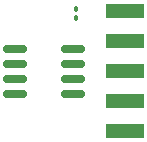
<source format=gbr>
%TF.GenerationSoftware,KiCad,Pcbnew,8.0.4*%
%TF.CreationDate,2024-09-16T16:17:47+01:00*%
%TF.ProjectId,algoritmi_motor,616c676f-7269-4746-9d69-5f6d6f746f72,rev?*%
%TF.SameCoordinates,Original*%
%TF.FileFunction,Soldermask,Top*%
%TF.FilePolarity,Negative*%
%FSLAX46Y46*%
G04 Gerber Fmt 4.6, Leading zero omitted, Abs format (unit mm)*
G04 Created by KiCad (PCBNEW 8.0.4) date 2024-09-16 16:17:47*
%MOMM*%
%LPD*%
G01*
G04 APERTURE LIST*
G04 Aperture macros list*
%AMRoundRect*
0 Rectangle with rounded corners*
0 $1 Rounding radius*
0 $2 $3 $4 $5 $6 $7 $8 $9 X,Y pos of 4 corners*
0 Add a 4 corners polygon primitive as box body*
4,1,4,$2,$3,$4,$5,$6,$7,$8,$9,$2,$3,0*
0 Add four circle primitives for the rounded corners*
1,1,$1+$1,$2,$3*
1,1,$1+$1,$4,$5*
1,1,$1+$1,$6,$7*
1,1,$1+$1,$8,$9*
0 Add four rect primitives between the rounded corners*
20,1,$1+$1,$2,$3,$4,$5,0*
20,1,$1+$1,$4,$5,$6,$7,0*
20,1,$1+$1,$6,$7,$8,$9,0*
20,1,$1+$1,$8,$9,$2,$3,0*%
G04 Aperture macros list end*
%ADD10R,3.180000X1.270000*%
%ADD11RoundRect,0.150000X-0.825000X-0.150000X0.825000X-0.150000X0.825000X0.150000X-0.825000X0.150000X0*%
%ADD12RoundRect,0.100000X-0.100000X0.130000X-0.100000X-0.130000X0.100000X-0.130000X0.100000X0.130000X0*%
G04 APERTURE END LIST*
D10*
%TO.C,J1*%
X147800000Y-95263673D03*
X147800000Y-97803673D03*
X147800000Y-100343673D03*
X147800000Y-102883673D03*
X147800000Y-105423673D03*
%TD*%
D11*
%TO.C,U1*%
X138525000Y-98438673D03*
X138525000Y-99708673D03*
X138525000Y-100978673D03*
X138525000Y-102248673D03*
X143475000Y-102248673D03*
X143475000Y-100978673D03*
X143475000Y-99708673D03*
X143475000Y-98438673D03*
%TD*%
D12*
%TO.C,C1*%
X143730000Y-95120000D03*
X143730000Y-95830000D03*
%TD*%
M02*

</source>
